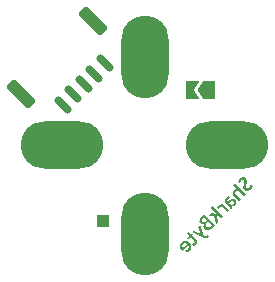
<source format=gbr>
%TF.GenerationSoftware,KiCad,Pcbnew,8.0.2*%
%TF.CreationDate,2024-07-18T23:51:49-05:00*%
%TF.ProjectId,MT6701,4d543637-3031-42e6-9b69-6361645f7063,rev?*%
%TF.SameCoordinates,Original*%
%TF.FileFunction,Soldermask,Bot*%
%TF.FilePolarity,Negative*%
%FSLAX46Y46*%
G04 Gerber Fmt 4.6, Leading zero omitted, Abs format (unit mm)*
G04 Created by KiCad (PCBNEW 8.0.2) date 2024-07-18 23:51:49*
%MOMM*%
%LPD*%
G01*
G04 APERTURE LIST*
G04 Aperture macros list*
%AMRoundRect*
0 Rectangle with rounded corners*
0 $1 Rounding radius*
0 $2 $3 $4 $5 $6 $7 $8 $9 X,Y pos of 4 corners*
0 Add a 4 corners polygon primitive as box body*
4,1,4,$2,$3,$4,$5,$6,$7,$8,$9,$2,$3,0*
0 Add four circle primitives for the rounded corners*
1,1,$1+$1,$2,$3*
1,1,$1+$1,$4,$5*
1,1,$1+$1,$6,$7*
1,1,$1+$1,$8,$9*
0 Add four rect primitives between the rounded corners*
20,1,$1+$1,$2,$3,$4,$5,0*
20,1,$1+$1,$4,$5,$6,$7,0*
20,1,$1+$1,$6,$7,$8,$9,0*
20,1,$1+$1,$8,$9,$2,$3,0*%
%AMFreePoly0*
4,1,6,1.000000,0.000000,0.500000,-0.750000,-0.500000,-0.750000,-0.500000,0.750000,0.500000,0.750000,1.000000,0.000000,1.000000,0.000000,$1*%
%AMFreePoly1*
4,1,6,0.500000,-0.750000,-0.650000,-0.750000,-0.150000,0.000000,-0.650000,0.750000,0.500000,0.750000,0.500000,-0.750000,0.500000,-0.750000,$1*%
G04 Aperture macros list end*
%ADD10C,0.050000*%
%ADD11O,7.000000X4.000000*%
%ADD12O,4.000000X7.000000*%
%ADD13R,1.000000X1.000000*%
%ADD14FreePoly0,180.000000*%
%ADD15FreePoly1,180.000000*%
%ADD16RoundRect,0.150000X0.388909X-0.601041X0.601041X-0.388909X-0.388909X0.601041X-0.601041X0.388909X0*%
%ADD17RoundRect,0.250000X0.601041X-0.954594X0.954594X-0.601041X-0.601041X0.954594X-0.954594X0.601041X0*%
G04 APERTURE END LIST*
D10*
G36*
X159181699Y-153450890D02*
G01*
X158980497Y-153366265D01*
X158965317Y-153432588D01*
X158944146Y-153492341D01*
X158912614Y-153552586D01*
X158873256Y-153604249D01*
X158862193Y-153615824D01*
X158811614Y-153659740D01*
X158756537Y-153690199D01*
X158691947Y-153696481D01*
X158634359Y-153665775D01*
X158628393Y-153660080D01*
X158593150Y-153608430D01*
X158576874Y-153546970D01*
X158576365Y-153542424D01*
X158578885Y-153476435D01*
X158591732Y-153412161D01*
X158611037Y-153344391D01*
X158620189Y-153316396D01*
X158640428Y-153253481D01*
X158657840Y-153191496D01*
X158671029Y-153128890D01*
X158674592Y-153094901D01*
X158670604Y-153031644D01*
X158654188Y-152970191D01*
X158651061Y-152962133D01*
X158622708Y-152907512D01*
X158583365Y-152856610D01*
X158570105Y-152842750D01*
X158523300Y-152803176D01*
X158465052Y-152770902D01*
X158401731Y-152752444D01*
X158333337Y-152747802D01*
X158324431Y-152748194D01*
X158262915Y-152757051D01*
X158203796Y-152776446D01*
X158147074Y-152806377D01*
X158092749Y-152846845D01*
X158062782Y-152874701D01*
X158017966Y-152922341D01*
X157973218Y-152977938D01*
X157938321Y-153031819D01*
X157910058Y-153092512D01*
X157894178Y-153159018D01*
X158078541Y-153247529D01*
X158092131Y-153187506D01*
X158115733Y-153124802D01*
X158147943Y-153068386D01*
X158188762Y-153018258D01*
X158194470Y-153012434D01*
X158242963Y-152974766D01*
X158303737Y-152956248D01*
X158307376Y-152956088D01*
X158368541Y-152968725D01*
X158410352Y-152999049D01*
X158439526Y-153054999D01*
X158444461Y-153117784D01*
X158436325Y-153185018D01*
X158420826Y-153250508D01*
X158402718Y-153309093D01*
X158397399Y-153324599D01*
X158377012Y-153387327D01*
X158360559Y-153449411D01*
X158349773Y-153513095D01*
X158348394Y-153532926D01*
X158351699Y-153598178D01*
X158366906Y-153660950D01*
X158373436Y-153678430D01*
X158401336Y-153733167D01*
X158439783Y-153784769D01*
X158461084Y-153807528D01*
X158510392Y-153848654D01*
X158564246Y-153877963D01*
X158631358Y-153896987D01*
X158694951Y-153900972D01*
X158723597Y-153899062D01*
X158790675Y-153885988D01*
X158856657Y-153860745D01*
X158912342Y-153829423D01*
X158967223Y-153789160D01*
X159021299Y-153739957D01*
X159064891Y-153691841D01*
X159102244Y-153640917D01*
X159133359Y-153587185D01*
X159158235Y-153530645D01*
X159176873Y-153471297D01*
X159181699Y-153450890D01*
G37*
G36*
X158145896Y-154587726D02*
G01*
X157743923Y-154185753D01*
X157705140Y-154134500D01*
X157686085Y-154074124D01*
X157684988Y-154051259D01*
X157697189Y-153988881D01*
X157729017Y-153935622D01*
X157746514Y-153916332D01*
X157798759Y-153878547D01*
X157843013Y-153860851D01*
X157903776Y-153849436D01*
X157944046Y-153852647D01*
X158412511Y-154321112D01*
X158566651Y-154166972D01*
X157677432Y-153277753D01*
X157486808Y-153395409D01*
X157802859Y-153711460D01*
X157740327Y-153722232D01*
X157679263Y-153748475D01*
X157626216Y-153784790D01*
X157587193Y-153820049D01*
X157545756Y-153866252D01*
X157508291Y-153921326D01*
X157482541Y-153977660D01*
X157467456Y-154043585D01*
X157465651Y-154077165D01*
X157473652Y-154144291D01*
X157493603Y-154202118D01*
X157525640Y-154259099D01*
X157569764Y-154315232D01*
X157592374Y-154339030D01*
X157993483Y-154740139D01*
X158145896Y-154587726D01*
G37*
G36*
X157269198Y-154451073D02*
G01*
X157258407Y-154454910D01*
X157199144Y-154483947D01*
X157145401Y-154521988D01*
X157097140Y-154565706D01*
X157072235Y-154592653D01*
X157036200Y-154645021D01*
X157016723Y-154711682D01*
X157029899Y-154774726D01*
X157068212Y-154826924D01*
X157083583Y-154802787D01*
X157122399Y-154754603D01*
X157141854Y-154735647D01*
X157190249Y-154692868D01*
X157247865Y-154650229D01*
X157304979Y-154617078D01*
X157361593Y-154593413D01*
X157427008Y-154577796D01*
X157454506Y-154575046D01*
X157516245Y-154577779D01*
X157582656Y-154596587D01*
X157637135Y-154626770D01*
X157688226Y-154669761D01*
X157715847Y-154700313D01*
X157752787Y-154757297D01*
X157773300Y-154816844D01*
X157777385Y-154878951D01*
X157767428Y-154934811D01*
X157741710Y-154996491D01*
X157705948Y-155050287D01*
X157664695Y-155096560D01*
X157643135Y-155116602D01*
X157592361Y-155153673D01*
X157536029Y-155182050D01*
X157531486Y-155183870D01*
X157471653Y-155200540D01*
X157408443Y-155198673D01*
X157419300Y-155226028D01*
X157426145Y-155286753D01*
X157421916Y-155316483D01*
X157391388Y-155369867D01*
X157382062Y-155378824D01*
X157331157Y-155414987D01*
X157309931Y-155421834D01*
X157248690Y-155416714D01*
X157245839Y-155358763D01*
X157218327Y-155299109D01*
X157180589Y-155247799D01*
X157136863Y-155200400D01*
X156997403Y-155060940D01*
X156963540Y-155025859D01*
X156914558Y-154969433D01*
X156895943Y-154944148D01*
X157183277Y-154944148D01*
X157243724Y-155004595D01*
X157277631Y-155034238D01*
X157337034Y-155065660D01*
X157405023Y-155069694D01*
X157464602Y-155045332D01*
X157515736Y-155003731D01*
X157527684Y-154991105D01*
X157563249Y-154935709D01*
X157566273Y-154871156D01*
X157530416Y-154815482D01*
X157515545Y-154802015D01*
X157459647Y-154773128D01*
X157397756Y-154772629D01*
X157339939Y-154794796D01*
X157288395Y-154829200D01*
X157233794Y-154878088D01*
X157219059Y-154894660D01*
X157183277Y-154944148D01*
X156895943Y-154944148D01*
X156874894Y-154915557D01*
X156839597Y-154854274D01*
X156817719Y-154796663D01*
X156809153Y-154734094D01*
X156809365Y-154725515D01*
X156818936Y-154664810D01*
X156842658Y-154602968D01*
X156874257Y-154549056D01*
X156916252Y-154494310D01*
X156959192Y-154448050D01*
X156965946Y-154441370D01*
X157013661Y-154398276D01*
X157069130Y-154356894D01*
X157125596Y-154323905D01*
X157183061Y-154299307D01*
X157269198Y-154451073D01*
G37*
G36*
X156290173Y-155426213D02*
G01*
X156310918Y-155367039D01*
X156346842Y-155316214D01*
X156352778Y-155310068D01*
X156405811Y-155275382D01*
X156467488Y-155263597D01*
X156494397Y-155264301D01*
X156558342Y-155278256D01*
X156616762Y-155309758D01*
X156652639Y-155340507D01*
X157022877Y-155710745D01*
X157174642Y-155558980D01*
X156525268Y-154909606D01*
X156373503Y-155061372D01*
X156431360Y-155119228D01*
X156365529Y-155122345D01*
X156303395Y-155139683D01*
X156244959Y-155171242D01*
X156196859Y-155210522D01*
X156190219Y-155217023D01*
X156147507Y-155264331D01*
X156111724Y-155317762D01*
X156094799Y-155359505D01*
X156290173Y-155426213D01*
G37*
G36*
X156230373Y-156503249D02*
G01*
X156127613Y-156017946D01*
X156277436Y-156022263D01*
X156494397Y-156239225D01*
X156646162Y-156087460D01*
X155756944Y-155198241D01*
X155568694Y-155313522D01*
X156094152Y-155838979D01*
X155628278Y-155806597D01*
X155445641Y-155989233D01*
X155911731Y-156015787D01*
X156049896Y-156683727D01*
X156230373Y-156503249D01*
G37*
G36*
X155959225Y-156774397D02*
G01*
X155687214Y-157046409D01*
X155669007Y-157064052D01*
X155613517Y-157111092D01*
X155556721Y-157149298D01*
X155498620Y-157178670D01*
X155439214Y-157199208D01*
X155378502Y-157210911D01*
X155328231Y-157213504D01*
X155261217Y-157205446D01*
X155198129Y-157183753D01*
X155138966Y-157148423D01*
X155091379Y-157107287D01*
X155069707Y-157084322D01*
X155025423Y-157025485D01*
X154995274Y-156964613D01*
X154979261Y-156901707D01*
X154977384Y-156836766D01*
X154989642Y-156769791D01*
X154990770Y-156766841D01*
X155167585Y-156766841D01*
X155170393Y-156816553D01*
X155196137Y-156875651D01*
X155236236Y-156924435D01*
X155284134Y-156964785D01*
X155342490Y-156993416D01*
X155405919Y-156998699D01*
X155443787Y-156989431D01*
X155501468Y-156960422D01*
X155550649Y-156923857D01*
X155595895Y-156882122D01*
X155629141Y-156846718D01*
X155669295Y-156800087D01*
X155368140Y-156498931D01*
X155332102Y-156532757D01*
X155286536Y-156576649D01*
X155260546Y-156603752D01*
X155218098Y-156655105D01*
X155185537Y-156708329D01*
X155167585Y-156766841D01*
X154990770Y-156766841D01*
X155016036Y-156700781D01*
X154984373Y-156709010D01*
X154915140Y-156717601D01*
X154852416Y-156711336D01*
X154788701Y-156685987D01*
X154739922Y-156647890D01*
X154733274Y-156641089D01*
X154693751Y-156591950D01*
X154663608Y-156532501D01*
X154649495Y-156469544D01*
X154651411Y-156403080D01*
X154656874Y-156378673D01*
X154865531Y-156378673D01*
X154869182Y-156443989D01*
X154904425Y-156496773D01*
X154948434Y-156529944D01*
X155011553Y-156544894D01*
X155070943Y-156530526D01*
X155124941Y-156497820D01*
X155172119Y-156456187D01*
X155203746Y-156423775D01*
X155246382Y-156377174D01*
X155037624Y-156168416D01*
X155034108Y-156171560D01*
X154988915Y-156212786D01*
X154944147Y-156255848D01*
X154935612Y-156264579D01*
X154894284Y-156315339D01*
X154865531Y-156378673D01*
X154656874Y-156378673D01*
X154662879Y-156351847D01*
X154686829Y-156291903D01*
X154722163Y-156231774D01*
X154761510Y-156180086D01*
X154809221Y-156128262D01*
X154834646Y-156103248D01*
X154879733Y-156060117D01*
X154927194Y-156015617D01*
X154972959Y-155973222D01*
X155024374Y-155926000D01*
X155069575Y-155884746D01*
X155959225Y-156774397D01*
G37*
G36*
X155043237Y-157888997D02*
G01*
X155102073Y-157906504D01*
X155167403Y-157908831D01*
X155231751Y-157897948D01*
X155254370Y-157891588D01*
X155314479Y-157868691D01*
X155372619Y-157837131D01*
X155428789Y-157796910D01*
X155476322Y-157754610D01*
X155482989Y-157748026D01*
X155348279Y-157613315D01*
X155295666Y-157661828D01*
X155238430Y-157703318D01*
X155179789Y-157728662D01*
X155117266Y-157724757D01*
X155088788Y-157704849D01*
X155048757Y-157653339D01*
X155017272Y-157599085D01*
X154988084Y-157540013D01*
X154961849Y-157480764D01*
X154661341Y-156773534D01*
X154503963Y-156930912D01*
X154775111Y-157556538D01*
X154167187Y-157267688D01*
X154009809Y-157425066D01*
X155043237Y-157888997D01*
G37*
G36*
X154020387Y-157656276D02*
G01*
X154095730Y-157580933D01*
X153974836Y-157460039D01*
X153899493Y-157535382D01*
X153763487Y-157399376D01*
X153554297Y-157493717D01*
X153747728Y-157687147D01*
X153569193Y-157865682D01*
X153690087Y-157986576D01*
X153868622Y-157808041D01*
X154154882Y-158094301D01*
X154195695Y-158140267D01*
X154227422Y-158195630D01*
X154232383Y-158215411D01*
X154219077Y-158277025D01*
X154184889Y-158320761D01*
X154136771Y-158359046D01*
X154081171Y-158385146D01*
X154052985Y-158393082D01*
X154192445Y-158532542D01*
X154249479Y-158497609D01*
X154302758Y-158454956D01*
X154349145Y-158411968D01*
X154361265Y-158399990D01*
X154403591Y-158350783D01*
X154436274Y-158293908D01*
X154454042Y-158228831D01*
X154455606Y-158195550D01*
X154443968Y-158129039D01*
X154417055Y-158070118D01*
X154380059Y-158018488D01*
X154350687Y-157986576D01*
X154020387Y-157656276D01*
G37*
G36*
X153508554Y-158139606D02*
G01*
X153577045Y-158152440D01*
X153642971Y-158176066D01*
X153706332Y-158210485D01*
X153757172Y-158247412D01*
X153806232Y-158291833D01*
X153834251Y-158321370D01*
X153874869Y-158371264D01*
X153913578Y-158432237D01*
X153941344Y-158494408D01*
X153958165Y-158557779D01*
X153964042Y-158622349D01*
X153962889Y-158654752D01*
X153952693Y-158718226D01*
X153931979Y-158779925D01*
X153900745Y-158839847D01*
X153858992Y-158897994D01*
X153816162Y-158945093D01*
X153806232Y-158954896D01*
X153756984Y-158999703D01*
X153698776Y-159044203D01*
X153641541Y-159078594D01*
X153575993Y-159105940D01*
X153511769Y-159119526D01*
X153453912Y-158943797D01*
X153501014Y-158938755D01*
X153560936Y-158917730D01*
X153613597Y-158885307D01*
X153665693Y-158839958D01*
X153675813Y-158829512D01*
X153714028Y-158781776D01*
X153742430Y-158727333D01*
X153756579Y-158665741D01*
X153752268Y-158604609D01*
X153729539Y-158546180D01*
X153692894Y-158495410D01*
X153228531Y-158959773D01*
X153178261Y-158926276D01*
X153129657Y-158886805D01*
X153113579Y-158870057D01*
X153071558Y-158817992D01*
X153038857Y-158763195D01*
X153015476Y-158705666D01*
X153001415Y-158645404D01*
X152996674Y-158582411D01*
X152997200Y-158561075D01*
X153001523Y-158528150D01*
X153191554Y-158528150D01*
X153195108Y-158595669D01*
X153219071Y-158655252D01*
X153253789Y-158706111D01*
X153573295Y-158386605D01*
X153562091Y-158379534D01*
X153507539Y-158351410D01*
X153445304Y-158333579D01*
X153377147Y-158334725D01*
X153313784Y-158359506D01*
X153263288Y-158399558D01*
X153254678Y-158408458D01*
X153214281Y-158462780D01*
X153191554Y-158528150D01*
X153001523Y-158528150D01*
X153005417Y-158498486D01*
X153023591Y-158438023D01*
X153051724Y-158379684D01*
X153089813Y-158323470D01*
X153137861Y-158269381D01*
X153154709Y-158253280D01*
X153207955Y-158211242D01*
X153265254Y-158178599D01*
X153326606Y-158155352D01*
X153392010Y-158141501D01*
X153461468Y-158137046D01*
X153508554Y-158139606D01*
G37*
D11*
%TO.C,REF\u002A\u002A*%
X143000000Y-150050000D03*
D12*
X150000000Y-142550000D03*
X150000000Y-157550000D03*
D11*
X157000000Y-150050000D03*
%TD*%
D13*
%TO.C,TP1*%
X146500000Y-156450000D03*
%TD*%
D14*
%TO.C,JP1*%
X155450000Y-145350000D03*
D15*
X154000000Y-145350000D03*
%TD*%
D16*
%TO.C,J1*%
X143090381Y-146625914D03*
X143974264Y-145742031D03*
X144858148Y-144858148D03*
X145742031Y-143974264D03*
X146625914Y-143090381D03*
D17*
X139519491Y-145671320D03*
X145671320Y-139519491D03*
%TD*%
M02*

</source>
